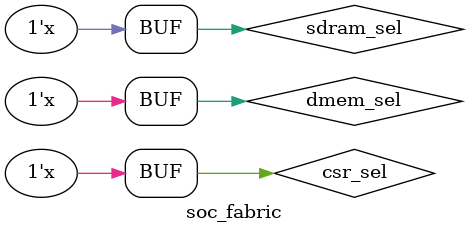
<source format=sv>

module soc_fabric (
// From Master(s):
   soc_if.SLV  cpu,  // interface for the controlling CPU. This SOC has only one CPU

// To Peripheral(s):                   
   soc_if.MST  dmem,  // interface to Data Memory of the CPU
   soc_if.MST  csr,   // interface to CSR register block (aka GPIO)
   soc_if.MST  sdram  // interface to SDRAM block
);

//-----------------------------------------------------------
// propagate/replicate common controls from Master to all Peripherals
//-----------------------------------------------------------
   assign dmem.addr  = cpu.addr;
   assign dmem.we    = cpu.we;
   assign dmem.wdat  = cpu.wdat;
                      
   assign csr.addr   = cpu.addr;
   assign csr.we     = cpu.we;
   assign csr.wdat   = cpu.wdat;

   assign sdram.addr = cpu.addr;
   assign sdram.we   = cpu.we;
   assign sdram.wdat = cpu.wdat;

//-----------------------------------------------------------
// assign peripheral Point-to-Point controls per Memory Map
//-----------------------------------------------------------
   // peripheral selects
   logic dmem_sel, csr_sel, sdram_sel;
    
   always_comb begin: _slv_p2p
   // address decode: All selects must be mutually exclusive!
      dmem_sel  = (cpu.addr[31:29] == 3'd0);
      csr_sel   = (cpu.addr[31:29] == 3'd1);
      sdram_sel = (cpu.addr[31:30] != 2'd0);
      
   // peripheral access is when it's SELected and CPU VLD
      dmem.vld  = dmem_sel  & cpu.vld;
      csr.vld   = csr_sel   & cpu.vld;
      sdram.vld = sdram_sel & cpu.vld;

   // return to CPU data from the selected peripheral
      unique case (1'b1) 
         dmem_sel: begin
            cpu.rdy  = dmem.rdy;
            cpu.rdat = dmem.rdat;
         end     

         csr_sel: begin
            cpu.rdy  = csr.rdy;
            cpu.rdat = csr.rdat;
         end     

         default: begin // sdram_sel
            cpu.rdy  = sdram.rdy;
            cpu.rdat = sdram.rdat;
         end     
       endcase
   end // block: _slv_p2p
   
endmodule: soc_fabric

/*
-----------------------------------------------------------------------------
Version History:
-----------------------------------------------------------------------------
 2024/01/15 AZ: initial creation    

*/

</source>
